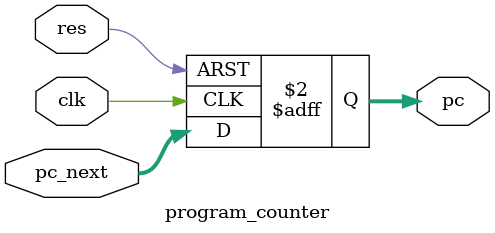
<source format=sv>
`timescale 1ns / 1ps

module program_counter(
    input logic clk,res,
    input logic [31:0] pc_next,
    output logic [31:0] pc
    );
    always@(posedge clk, posedge res)
        begin
            if(res)
                pc<=0;
            else
                pc<=pc_next;
        end
endmodule

</source>
